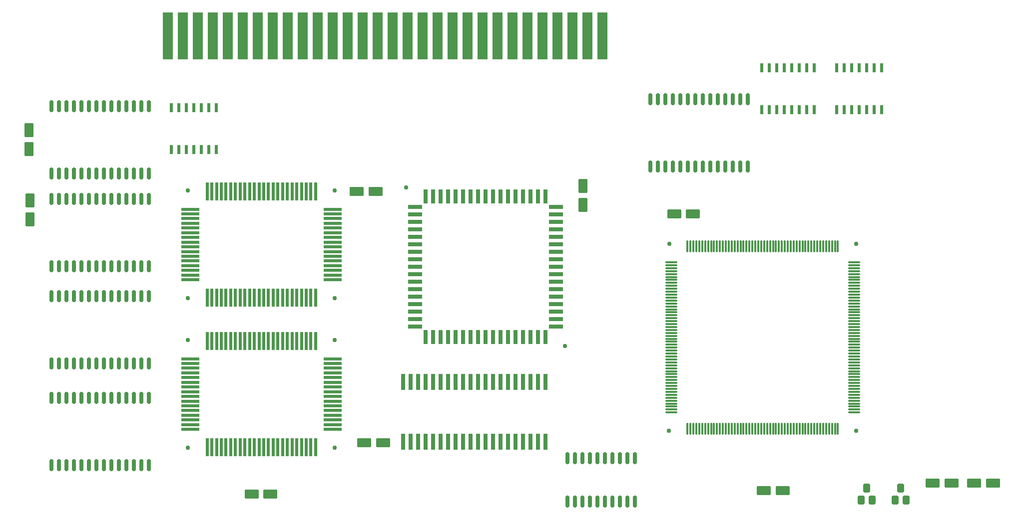
<source format=gtp>
G04 #@! TF.GenerationSoftware,KiCad,Pcbnew,7.0.2-0*
G04 #@! TF.CreationDate,2023-08-02T17:47:19+02:00*
G04 #@! TF.ProjectId,MegaCD,4d656761-4344-42e6-9b69-6361645f7063,rev?*
G04 #@! TF.SameCoordinates,Original*
G04 #@! TF.FileFunction,Paste,Top*
G04 #@! TF.FilePolarity,Positive*
%FSLAX46Y46*%
G04 Gerber Fmt 4.6, Leading zero omitted, Abs format (unit mm)*
G04 Created by KiCad (PCBNEW 7.0.2-0) date 2023-08-02 17:47:19*
%MOMM*%
%LPD*%
G01*
G04 APERTURE LIST*
G04 Aperture macros list*
%AMRoundRect*
0 Rectangle with rounded corners*
0 $1 Rounding radius*
0 $2 $3 $4 $5 $6 $7 $8 $9 X,Y pos of 4 corners*
0 Add a 4 corners polygon primitive as box body*
4,1,4,$2,$3,$4,$5,$6,$7,$8,$9,$2,$3,0*
0 Add four circle primitives for the rounded corners*
1,1,$1+$1,$2,$3*
1,1,$1+$1,$4,$5*
1,1,$1+$1,$6,$7*
1,1,$1+$1,$8,$9*
0 Add four rect primitives between the rounded corners*
20,1,$1+$1,$2,$3,$4,$5,0*
20,1,$1+$1,$4,$5,$6,$7,0*
20,1,$1+$1,$6,$7,$8,$9,0*
20,1,$1+$1,$8,$9,$2,$3,0*%
G04 Aperture macros list end*
%ADD10C,0.750000*%
%ADD11RoundRect,0.075000X0.075000X-0.912500X0.075000X0.912500X-0.075000X0.912500X-0.075000X-0.912500X0*%
%ADD12RoundRect,0.075000X0.912500X-0.075000X0.912500X0.075000X-0.912500X0.075000X-0.912500X-0.075000X0*%
%ADD13RoundRect,0.250000X0.947000X0.550000X-0.947000X0.550000X-0.947000X-0.550000X0.947000X-0.550000X0*%
%ADD14RoundRect,0.250000X0.550000X-0.947000X0.550000X0.947000X-0.550000X0.947000X-0.550000X-0.947000X0*%
%ADD15R,0.600000X1.500000*%
%ADD16RoundRect,0.150000X0.150000X-0.850000X0.150000X0.850000X-0.150000X0.850000X-0.150000X-0.850000X0*%
%ADD17R,0.700000X2.667000*%
%ADD18RoundRect,0.150000X0.150000X-0.875000X0.150000X0.875000X-0.150000X0.875000X-0.150000X-0.875000X0*%
%ADD19R,0.500000X3.160000*%
%ADD20R,3.160000X0.500000*%
%ADD21RoundRect,0.300000X0.300000X-0.450000X0.300000X0.450000X-0.300000X0.450000X-0.300000X-0.450000X0*%
%ADD22R,1.778000X8.000000*%
%ADD23R,2.425000X0.700000*%
%ADD24R,0.700000X2.425000*%
G04 APERTURE END LIST*
D10*
X168789000Y-117906000D03*
X200539000Y-117906000D03*
X168813000Y-86178000D03*
X200539000Y-86178000D03*
D11*
X171914000Y-117531000D03*
X172414000Y-117531000D03*
X172914000Y-117531000D03*
X173414000Y-117531000D03*
X173914000Y-117531000D03*
X174414000Y-117531000D03*
X174914000Y-117531000D03*
X175414000Y-117531000D03*
X175914000Y-117531000D03*
X176414000Y-117531000D03*
X176914000Y-117531000D03*
X177414000Y-117531000D03*
X177914000Y-117531000D03*
X178414000Y-117531000D03*
X178914000Y-117531000D03*
X179414000Y-117531000D03*
X179914000Y-117531000D03*
X180414000Y-117531000D03*
X180914000Y-117531000D03*
X181414000Y-117531000D03*
X181914000Y-117531000D03*
X182414000Y-117531000D03*
X182914000Y-117531000D03*
X183414000Y-117531000D03*
X183914000Y-117531000D03*
X184414000Y-117531000D03*
X184914000Y-117531000D03*
X185414000Y-117531000D03*
X185914000Y-117531000D03*
X186414000Y-117531000D03*
X186914000Y-117531000D03*
X187414000Y-117531000D03*
X187914000Y-117531000D03*
X188414000Y-117531000D03*
X188914000Y-117531000D03*
X189414000Y-117531000D03*
X189914000Y-117531000D03*
X190414000Y-117531000D03*
X190914000Y-117531000D03*
X191414000Y-117531000D03*
X191914000Y-117531000D03*
X192414000Y-117531000D03*
X192914000Y-117531000D03*
X193414000Y-117531000D03*
X193914000Y-117531000D03*
X194414000Y-117531000D03*
X194914000Y-117531000D03*
X195414000Y-117531000D03*
X195914000Y-117531000D03*
X196414000Y-117531000D03*
X196914000Y-117531000D03*
X197414000Y-117531000D03*
D12*
X200164000Y-114781000D03*
X200164000Y-114281000D03*
X200164000Y-113781000D03*
X200164000Y-113281000D03*
X200164000Y-112781000D03*
X200164000Y-112281000D03*
X200164000Y-111781000D03*
X200164000Y-111281000D03*
X200164000Y-110781000D03*
X200164000Y-110281000D03*
X200164000Y-109781000D03*
X200164000Y-109281000D03*
X200164000Y-108781000D03*
X200164000Y-108281000D03*
X200164000Y-107781000D03*
X200164000Y-107281000D03*
X200164000Y-106781000D03*
X200164000Y-106281000D03*
X200164000Y-105781000D03*
X200164000Y-105281000D03*
X200164000Y-104781000D03*
X200164000Y-104281000D03*
X200164000Y-103781000D03*
X200164000Y-103281000D03*
X200164000Y-102781000D03*
X200164000Y-102281000D03*
X200164000Y-101781000D03*
X200164000Y-101281000D03*
X200164000Y-100781000D03*
X200164000Y-100281000D03*
X200164000Y-99781000D03*
X200164000Y-99281000D03*
X200164000Y-98781000D03*
X200164000Y-98281000D03*
X200164000Y-97781000D03*
X200164000Y-97281000D03*
X200164000Y-96781000D03*
X200164000Y-96281000D03*
X200164000Y-95781000D03*
X200164000Y-95281000D03*
X200164000Y-94781000D03*
X200164000Y-94281000D03*
X200164000Y-93781000D03*
X200164000Y-93281000D03*
X200164000Y-92781000D03*
X200164000Y-92281000D03*
X200164000Y-91781000D03*
X200164000Y-91281000D03*
X200164000Y-90781000D03*
X200164000Y-90281000D03*
X200164000Y-89781000D03*
X200164000Y-89281000D03*
D11*
X197414000Y-86531000D03*
X196914000Y-86531000D03*
X196414000Y-86531000D03*
X195914000Y-86531000D03*
X195414000Y-86531000D03*
X194914000Y-86531000D03*
X194414000Y-86531000D03*
X193914000Y-86531000D03*
X193414000Y-86531000D03*
X192914000Y-86531000D03*
X192414000Y-86531000D03*
X191914000Y-86531000D03*
X191414000Y-86531000D03*
X190914000Y-86531000D03*
X190414000Y-86531000D03*
X189914000Y-86531000D03*
X189414000Y-86531000D03*
X188914000Y-86531000D03*
X188414000Y-86531000D03*
X187914000Y-86531000D03*
X187414000Y-86531000D03*
X186914000Y-86531000D03*
X186414000Y-86531000D03*
X185914000Y-86531000D03*
X185414000Y-86531000D03*
X184914000Y-86531000D03*
X184414000Y-86531000D03*
X183914000Y-86531000D03*
X183414000Y-86531000D03*
X182914000Y-86531000D03*
X182414000Y-86531000D03*
X181914000Y-86531000D03*
X181414000Y-86531000D03*
X180914000Y-86531000D03*
X180414000Y-86531000D03*
X179914000Y-86531000D03*
X179414000Y-86531000D03*
X178914000Y-86531000D03*
X178414000Y-86531000D03*
X177914000Y-86531000D03*
X177414000Y-86531000D03*
X176914000Y-86531000D03*
X176414000Y-86531000D03*
X175914000Y-86531000D03*
X175414000Y-86531000D03*
X174914000Y-86531000D03*
X174414000Y-86531000D03*
X173914000Y-86531000D03*
X173414000Y-86531000D03*
X172914000Y-86531000D03*
X172414000Y-86531000D03*
X171914000Y-86531000D03*
D12*
X169164000Y-89281000D03*
X169164000Y-89781000D03*
X169164000Y-90281000D03*
X169164000Y-90781000D03*
X169164000Y-91281000D03*
X169164000Y-91781000D03*
X169164000Y-92281000D03*
X169164000Y-92781000D03*
X169164000Y-93281000D03*
X169164000Y-93781000D03*
X169164000Y-94281000D03*
X169164000Y-94781000D03*
X169164000Y-95281000D03*
X169164000Y-95781000D03*
X169164000Y-96281000D03*
X169164000Y-96781000D03*
X169164000Y-97281000D03*
X169164000Y-97781000D03*
X169164000Y-98281000D03*
X169164000Y-98781000D03*
X169164000Y-99281000D03*
X169164000Y-99781000D03*
X169164000Y-100281000D03*
X169164000Y-100781000D03*
X169164000Y-101281000D03*
X169164000Y-101781000D03*
X169164000Y-102281000D03*
X169164000Y-102781000D03*
X169164000Y-103281000D03*
X169164000Y-103781000D03*
X169164000Y-104281000D03*
X169164000Y-104781000D03*
X169164000Y-105281000D03*
X169164000Y-105781000D03*
X169164000Y-106281000D03*
X169164000Y-106781000D03*
X169164000Y-107281000D03*
X169164000Y-107781000D03*
X169164000Y-108281000D03*
X169164000Y-108781000D03*
X169164000Y-109281000D03*
X169164000Y-109781000D03*
X169164000Y-110281000D03*
X169164000Y-110781000D03*
X169164000Y-111281000D03*
X169164000Y-111781000D03*
X169164000Y-112281000D03*
X169164000Y-112781000D03*
X169164000Y-113281000D03*
X169164000Y-113781000D03*
X169164000Y-114281000D03*
X169164000Y-114781000D03*
D13*
X119072000Y-77216000D03*
X115878000Y-77216000D03*
D14*
X154178000Y-79502000D03*
X154178000Y-76308000D03*
D15*
X197231000Y-63373000D03*
X198501000Y-63373000D03*
X199771000Y-63373000D03*
X201041000Y-63373000D03*
X202311000Y-63373000D03*
X203581000Y-63373000D03*
X204851000Y-63373000D03*
X204851000Y-56267000D03*
X203581000Y-56273000D03*
X202311000Y-56273000D03*
X201041000Y-56273000D03*
X199771000Y-56273000D03*
X198501000Y-56273000D03*
X197231000Y-56273000D03*
X84455000Y-70104000D03*
X85725000Y-70104000D03*
X86995000Y-70104000D03*
X88265000Y-70104000D03*
X89535000Y-70104000D03*
X90805000Y-70104000D03*
X92075000Y-70104000D03*
X92075000Y-62998000D03*
X90805000Y-63004000D03*
X89535000Y-63004000D03*
X88265000Y-63004000D03*
X86995000Y-63004000D03*
X85725000Y-63004000D03*
X84455000Y-63004000D03*
D16*
X165608000Y-73025000D03*
X166878000Y-73025000D03*
X168148000Y-73025000D03*
X169418000Y-73025000D03*
X170688000Y-73025000D03*
X171958000Y-73025000D03*
X173228000Y-73025000D03*
X174498000Y-73025000D03*
X175768000Y-73025000D03*
X177038000Y-73025000D03*
X178308000Y-73025000D03*
X179578000Y-73025000D03*
X180848000Y-73025000D03*
X182118000Y-73025000D03*
X182118000Y-61595000D03*
X180848000Y-61595000D03*
X179578000Y-61595000D03*
X178308000Y-61595000D03*
X177038000Y-61595000D03*
X175768000Y-61595000D03*
X174498000Y-61595000D03*
X173228000Y-61595000D03*
X171958000Y-61595000D03*
X170688000Y-61595000D03*
X169418000Y-61595000D03*
X168148000Y-61595000D03*
X166878000Y-61595000D03*
X165608000Y-61595000D03*
D17*
X123698000Y-119761000D03*
X124968000Y-119761000D03*
X126238000Y-119761000D03*
X127508000Y-119761000D03*
X128778000Y-119761000D03*
X130048000Y-119761000D03*
X131318000Y-119761000D03*
X132588000Y-119761000D03*
X133858000Y-119761000D03*
X135128000Y-119761000D03*
X136398000Y-119761000D03*
X137668000Y-119761000D03*
X138938000Y-119761000D03*
X140208000Y-119761000D03*
X141478000Y-119761000D03*
X142748000Y-119761000D03*
X144018000Y-119761000D03*
X145288000Y-119761000D03*
X146558000Y-119761000D03*
X147828000Y-119761000D03*
X147828000Y-109601000D03*
X146558000Y-109601000D03*
X145288000Y-109601000D03*
X144018000Y-109601000D03*
X142748000Y-109601000D03*
X141478000Y-109601000D03*
X140208000Y-109601000D03*
X138938000Y-109601000D03*
X137668000Y-109601000D03*
X136398000Y-109601000D03*
X135128000Y-109601000D03*
X133858000Y-109601000D03*
X132588000Y-109601000D03*
X131318000Y-109601000D03*
X130048000Y-109601000D03*
X128778000Y-109601000D03*
X127508000Y-109601000D03*
X126238000Y-109601000D03*
X124968000Y-109601000D03*
X123698000Y-109601000D03*
D18*
X151561800Y-129921000D03*
X152831800Y-129921000D03*
X154101800Y-129921000D03*
X155371800Y-129921000D03*
X156641800Y-129921000D03*
X157911800Y-129921000D03*
X159181800Y-129921000D03*
X160451800Y-129921000D03*
X161721800Y-129921000D03*
X162991800Y-129921000D03*
X162991800Y-122555000D03*
X161721800Y-122555000D03*
X160451800Y-122555000D03*
X159181800Y-122555000D03*
X157911800Y-122555000D03*
X156641800Y-122555000D03*
X155371800Y-122555000D03*
X154101800Y-122555000D03*
X152831800Y-122555000D03*
X151561800Y-122555000D03*
D10*
X87249000Y-120808000D03*
X112141000Y-120806000D03*
X87249000Y-102520000D03*
X112141000Y-102518000D03*
D19*
X90495000Y-120681000D03*
X91295000Y-120681000D03*
X92095000Y-120681000D03*
X92895000Y-120681000D03*
X93695000Y-120681000D03*
X94495000Y-120681000D03*
X95295000Y-120681000D03*
X96095000Y-120681000D03*
X96895000Y-120681000D03*
X97695000Y-120681000D03*
X98495000Y-120681000D03*
X99295000Y-120681000D03*
X100095000Y-120681000D03*
X100895000Y-120681000D03*
X101695000Y-120681000D03*
X102495000Y-120681000D03*
X103275000Y-120681000D03*
X104095000Y-120681000D03*
X104895000Y-120681000D03*
X105695000Y-120681000D03*
X106495000Y-120681000D03*
X107295000Y-120681000D03*
X108095000Y-120681000D03*
X108895000Y-120681000D03*
D20*
X111760000Y-117664000D03*
X111760000Y-116864000D03*
X111760000Y-116064000D03*
X111760000Y-115264000D03*
X111760000Y-114464000D03*
X111760000Y-113664000D03*
X111760000Y-112864000D03*
X111760000Y-112064000D03*
X111760000Y-111264000D03*
X111760000Y-110464000D03*
X111760000Y-109664000D03*
X111760000Y-108864000D03*
X111760000Y-108064000D03*
X111760000Y-107264000D03*
X111760000Y-106464000D03*
X111760000Y-105664000D03*
D19*
X108895000Y-102647000D03*
X108095000Y-102647000D03*
X107295000Y-102647000D03*
X106495000Y-102647000D03*
X105695000Y-102647000D03*
X104895000Y-102647000D03*
X104095000Y-102647000D03*
X103295000Y-102647000D03*
X102495000Y-102647000D03*
X101695000Y-102647000D03*
X100895000Y-102647000D03*
X100095000Y-102647000D03*
X99295000Y-102647000D03*
X98495000Y-102647000D03*
X97695000Y-102647000D03*
X96895000Y-102647000D03*
X96095000Y-102647000D03*
X95295000Y-102647000D03*
X94495000Y-102647000D03*
X93695000Y-102647000D03*
X92895000Y-102647000D03*
X92095000Y-102647000D03*
X91295000Y-102647000D03*
X90495000Y-102647000D03*
D20*
X87630000Y-105664000D03*
X87630000Y-106464000D03*
X87630000Y-107264000D03*
X87630000Y-108064000D03*
X87630000Y-108864000D03*
X87630000Y-109664000D03*
X87630000Y-110464000D03*
X87630000Y-111264000D03*
X87630000Y-112064000D03*
X87630000Y-112864000D03*
X87630000Y-113664000D03*
X87630000Y-114464000D03*
X87630000Y-115264000D03*
X87630000Y-116064000D03*
X87630000Y-116864000D03*
X87630000Y-117664000D03*
D13*
X120288000Y-119888000D03*
X117094000Y-119888000D03*
D21*
X201361000Y-129667000D03*
X203261000Y-129667000D03*
X202311000Y-127635000D03*
D16*
X64135000Y-123698000D03*
X65405000Y-123698000D03*
X66675000Y-123698000D03*
X67945000Y-123698000D03*
X69215000Y-123698000D03*
X70485000Y-123698000D03*
X71755000Y-123698000D03*
X73025000Y-123698000D03*
X74295000Y-123698000D03*
X75565000Y-123698000D03*
X76835000Y-123698000D03*
X78105000Y-123698000D03*
X79375000Y-123698000D03*
X80645000Y-123698000D03*
X80645000Y-112268000D03*
X79375000Y-112268000D03*
X78105000Y-112268000D03*
X76835000Y-112268000D03*
X75565000Y-112268000D03*
X74295000Y-112268000D03*
X73025000Y-112268000D03*
X71755000Y-112268000D03*
X70485000Y-112268000D03*
X69215000Y-112268000D03*
X67945000Y-112268000D03*
X66675000Y-112268000D03*
X65405000Y-112268000D03*
X64135000Y-112268000D03*
X64135000Y-74168000D03*
X65405000Y-74168000D03*
X66675000Y-74168000D03*
X67945000Y-74168000D03*
X69215000Y-74168000D03*
X70485000Y-74168000D03*
X71755000Y-74168000D03*
X73025000Y-74168000D03*
X74295000Y-74168000D03*
X75565000Y-74168000D03*
X76835000Y-74168000D03*
X78105000Y-74168000D03*
X79375000Y-74168000D03*
X80645000Y-74168000D03*
X80645000Y-62738000D03*
X79375000Y-62738000D03*
X78105000Y-62738000D03*
X76835000Y-62738000D03*
X75565000Y-62738000D03*
X74295000Y-62738000D03*
X73025000Y-62738000D03*
X71755000Y-62738000D03*
X70485000Y-62738000D03*
X69215000Y-62738000D03*
X67945000Y-62738000D03*
X66675000Y-62738000D03*
X65405000Y-62738000D03*
X64135000Y-62738000D03*
X64135000Y-106426000D03*
X65405000Y-106426000D03*
X66675000Y-106426000D03*
X67945000Y-106426000D03*
X69215000Y-106426000D03*
X70485000Y-106426000D03*
X71755000Y-106426000D03*
X73025000Y-106426000D03*
X74295000Y-106426000D03*
X75565000Y-106426000D03*
X76835000Y-106426000D03*
X78105000Y-106426000D03*
X79375000Y-106426000D03*
X80645000Y-106426000D03*
X80645000Y-94996000D03*
X79375000Y-94996000D03*
X78105000Y-94996000D03*
X76835000Y-94996000D03*
X75565000Y-94996000D03*
X74295000Y-94996000D03*
X73025000Y-94996000D03*
X71755000Y-94996000D03*
X70485000Y-94996000D03*
X69215000Y-94996000D03*
X67945000Y-94996000D03*
X66675000Y-94996000D03*
X65405000Y-94996000D03*
X64135000Y-94996000D03*
D22*
X157480000Y-50800000D03*
X154940000Y-50800000D03*
X152400000Y-50800000D03*
X149860000Y-50800000D03*
X147320000Y-50800000D03*
X144780000Y-50800000D03*
X142240000Y-50800000D03*
X139700000Y-50800000D03*
X137160000Y-50800000D03*
X134620000Y-50800000D03*
X132080000Y-50800000D03*
X129540000Y-50800000D03*
X127000000Y-50800000D03*
X124460000Y-50800000D03*
X121920000Y-50800000D03*
X119380000Y-50800000D03*
X116840000Y-50800000D03*
X114300000Y-50800000D03*
X111760000Y-50800000D03*
X109220000Y-50800000D03*
X106680000Y-50800000D03*
X104140000Y-50800000D03*
X101600000Y-50800000D03*
X99060000Y-50800000D03*
X96520000Y-50800000D03*
X93980000Y-50800000D03*
X91440000Y-50800000D03*
X88900000Y-50800000D03*
X86360000Y-50800000D03*
X83820000Y-50800000D03*
D15*
X184531000Y-63373000D03*
X185801000Y-63373000D03*
X187071000Y-63373000D03*
X188341000Y-63373000D03*
X189611000Y-63373000D03*
X190881000Y-63373000D03*
X192151000Y-63373000D03*
X193421000Y-63373000D03*
X193421000Y-56273000D03*
X192151000Y-56273000D03*
X190881000Y-56273000D03*
X189611000Y-56273000D03*
X188341000Y-56273000D03*
X187071000Y-56273000D03*
X185801000Y-56273000D03*
X184531000Y-56273000D03*
D21*
X207101400Y-129667000D03*
X209001400Y-129667000D03*
X208051400Y-127635000D03*
D13*
X172847000Y-81026000D03*
X169653000Y-81026000D03*
X101219000Y-128651000D03*
X98025000Y-128651000D03*
X216662000Y-126746000D03*
X213468000Y-126746000D03*
D10*
X87249000Y-95408000D03*
X112141000Y-95406000D03*
X87249000Y-77120000D03*
X112141000Y-77118000D03*
D19*
X90495000Y-95281000D03*
X91295000Y-95281000D03*
X92095000Y-95281000D03*
X92895000Y-95281000D03*
X93695000Y-95281000D03*
X94495000Y-95281000D03*
X95295000Y-95281000D03*
X96095000Y-95281000D03*
X96895000Y-95281000D03*
X97695000Y-95281000D03*
X98495000Y-95281000D03*
X99295000Y-95281000D03*
X100095000Y-95281000D03*
X100895000Y-95281000D03*
X101695000Y-95281000D03*
X102495000Y-95281000D03*
X103275000Y-95281000D03*
X104095000Y-95281000D03*
X104895000Y-95281000D03*
X105695000Y-95281000D03*
X106495000Y-95281000D03*
X107295000Y-95281000D03*
X108095000Y-95281000D03*
X108895000Y-95281000D03*
D20*
X111760000Y-92264000D03*
X111760000Y-91464000D03*
X111760000Y-90664000D03*
X111760000Y-89864000D03*
X111760000Y-89064000D03*
X111760000Y-88264000D03*
X111760000Y-87464000D03*
X111760000Y-86664000D03*
X111760000Y-85864000D03*
X111760000Y-85064000D03*
X111760000Y-84264000D03*
X111760000Y-83464000D03*
X111760000Y-82664000D03*
X111760000Y-81864000D03*
X111760000Y-81064000D03*
X111760000Y-80264000D03*
D19*
X108895000Y-77247000D03*
X108095000Y-77247000D03*
X107295000Y-77247000D03*
X106495000Y-77247000D03*
X105695000Y-77247000D03*
X104895000Y-77247000D03*
X104095000Y-77247000D03*
X103295000Y-77247000D03*
X102495000Y-77247000D03*
X101695000Y-77247000D03*
X100895000Y-77247000D03*
X100095000Y-77247000D03*
X99295000Y-77247000D03*
X98495000Y-77247000D03*
X97695000Y-77247000D03*
X96895000Y-77247000D03*
X96095000Y-77247000D03*
X95295000Y-77247000D03*
X94495000Y-77247000D03*
X93695000Y-77247000D03*
X92895000Y-77247000D03*
X92095000Y-77247000D03*
X91295000Y-77247000D03*
X90495000Y-77247000D03*
D20*
X87630000Y-80264000D03*
X87630000Y-81064000D03*
X87630000Y-81864000D03*
X87630000Y-82664000D03*
X87630000Y-83464000D03*
X87630000Y-84264000D03*
X87630000Y-85064000D03*
X87630000Y-85864000D03*
X87630000Y-86664000D03*
X87630000Y-87464000D03*
X87630000Y-88264000D03*
X87630000Y-89064000D03*
X87630000Y-89864000D03*
X87630000Y-90664000D03*
X87630000Y-91464000D03*
X87630000Y-92264000D03*
D10*
X151130000Y-103505000D03*
X124206000Y-76581000D03*
D23*
X125730000Y-90043000D03*
X125730000Y-91313000D03*
X125730000Y-92583000D03*
X125730000Y-93853000D03*
X125730000Y-95123000D03*
X125730000Y-96393000D03*
X125730000Y-97663000D03*
X125730000Y-98933000D03*
X125730000Y-100203000D03*
D24*
X127508000Y-101981000D03*
X128778000Y-101981000D03*
X130048000Y-101981000D03*
X131318000Y-101981000D03*
X132588000Y-101981000D03*
X133858000Y-101981000D03*
X135128000Y-101981000D03*
X136398000Y-101981000D03*
X137668000Y-101981000D03*
X138938000Y-101981000D03*
X140208000Y-101981000D03*
X141478000Y-101981000D03*
X142748000Y-101981000D03*
X144018000Y-101981000D03*
X145288000Y-101981000D03*
X146558000Y-101981000D03*
X147828000Y-101981000D03*
D23*
X149606000Y-100203000D03*
X149606000Y-98933000D03*
X149606000Y-97663000D03*
X149606000Y-96393000D03*
X149606000Y-95123000D03*
X149606000Y-93853000D03*
X149606000Y-92583000D03*
X149606000Y-91313000D03*
X149606000Y-90043000D03*
X149606000Y-88773000D03*
X149606000Y-87503000D03*
X149606000Y-86233000D03*
X149606000Y-84963000D03*
X149606000Y-83693000D03*
X149606000Y-82423000D03*
X149606000Y-81153000D03*
X149606000Y-79883000D03*
D24*
X147828000Y-78105000D03*
X146558000Y-78105000D03*
X145288000Y-78105000D03*
X144018000Y-78105000D03*
X142748000Y-78105000D03*
X141478000Y-78105000D03*
X140208000Y-78105000D03*
X138938000Y-78105000D03*
X137668000Y-78105000D03*
X136398000Y-78105000D03*
X135128000Y-78105000D03*
X133858000Y-78105000D03*
X132588000Y-78105000D03*
X131318000Y-78105000D03*
X130048000Y-78105000D03*
X128778000Y-78105000D03*
X127508000Y-78105000D03*
D23*
X125730000Y-79883000D03*
X125730000Y-81153000D03*
X125730000Y-82423000D03*
X125730000Y-83693000D03*
X125730000Y-84963000D03*
X125730000Y-86233000D03*
X125730000Y-87503000D03*
X125730000Y-88773000D03*
D13*
X223666000Y-126746000D03*
X220472000Y-126746000D03*
X188080600Y-128041400D03*
X184886600Y-128041400D03*
D14*
X60325000Y-70050000D03*
X60325000Y-66856000D03*
D16*
X64135000Y-89916000D03*
X65405000Y-89916000D03*
X66675000Y-89916000D03*
X67945000Y-89916000D03*
X69215000Y-89916000D03*
X70485000Y-89916000D03*
X71755000Y-89916000D03*
X73025000Y-89916000D03*
X74295000Y-89916000D03*
X75565000Y-89916000D03*
X76835000Y-89916000D03*
X78105000Y-89916000D03*
X79375000Y-89916000D03*
X80645000Y-89916000D03*
X80645000Y-78486000D03*
X79375000Y-78486000D03*
X78105000Y-78486000D03*
X76835000Y-78486000D03*
X75565000Y-78486000D03*
X74295000Y-78486000D03*
X73025000Y-78486000D03*
X71755000Y-78486000D03*
X70485000Y-78486000D03*
X69215000Y-78486000D03*
X67945000Y-78486000D03*
X66675000Y-78486000D03*
X65405000Y-78486000D03*
X64135000Y-78486000D03*
D14*
X60452000Y-81988000D03*
X60452000Y-78794000D03*
M02*

</source>
